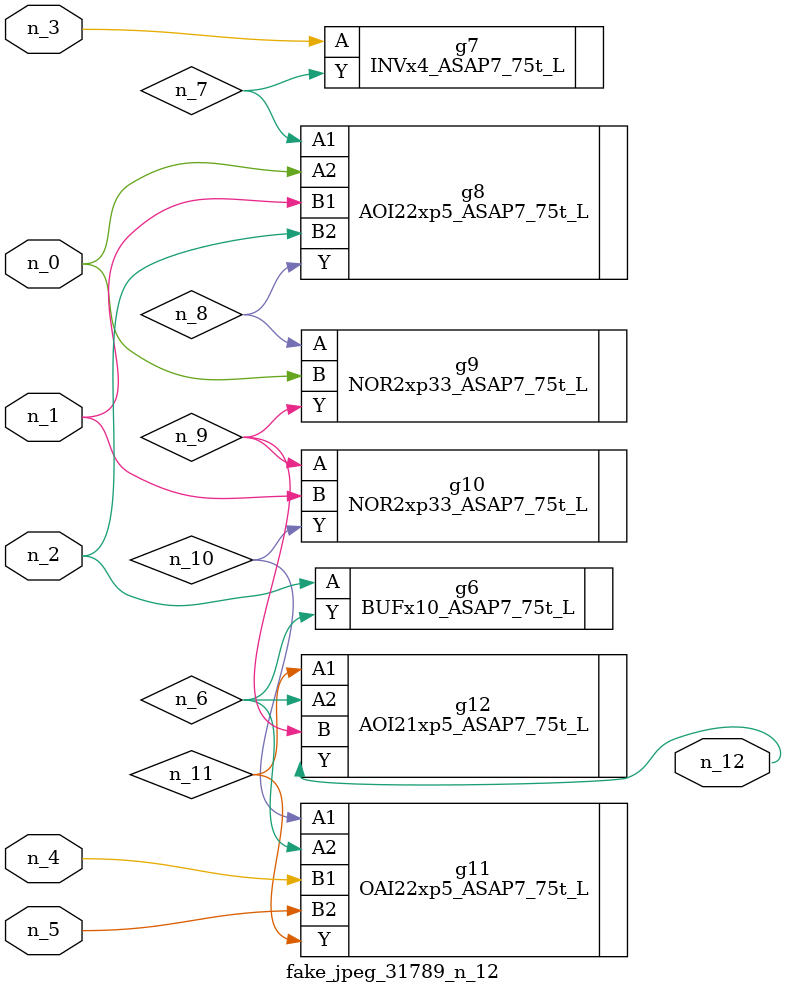
<source format=v>
module fake_jpeg_31789_n_12 (n_3, n_2, n_1, n_0, n_4, n_5, n_12);

input n_3;
input n_2;
input n_1;
input n_0;
input n_4;
input n_5;

output n_12;

wire n_11;
wire n_10;
wire n_8;
wire n_9;
wire n_6;
wire n_7;

BUFx10_ASAP7_75t_L g6 ( 
.A(n_2),
.Y(n_6)
);

INVx4_ASAP7_75t_L g7 ( 
.A(n_3),
.Y(n_7)
);

AOI22xp5_ASAP7_75t_L g8 ( 
.A1(n_7),
.A2(n_0),
.B1(n_1),
.B2(n_2),
.Y(n_8)
);

NOR2xp33_ASAP7_75t_L g9 ( 
.A(n_8),
.B(n_0),
.Y(n_9)
);

NOR2xp33_ASAP7_75t_L g10 ( 
.A(n_9),
.B(n_1),
.Y(n_10)
);

OAI22xp5_ASAP7_75t_L g11 ( 
.A1(n_10),
.A2(n_6),
.B1(n_4),
.B2(n_5),
.Y(n_11)
);

AOI21xp5_ASAP7_75t_L g12 ( 
.A1(n_11),
.A2(n_6),
.B(n_9),
.Y(n_12)
);


endmodule
</source>
